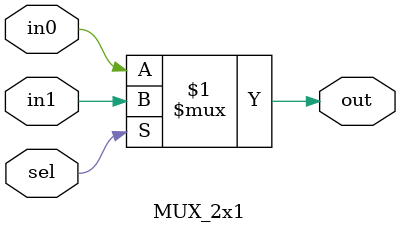
<source format=sv>
module MUX_2x1(
 input  wire in0,
 input  wire in1,
 input  wire sel,
 output wire out
);

assign out = sel ? in1 : in0;
endmodule

</source>
